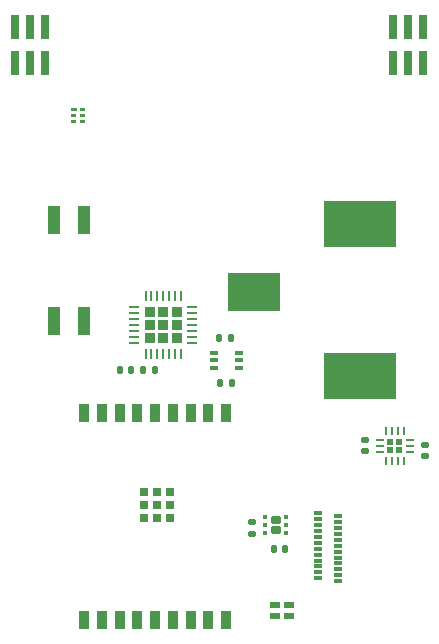
<source format=gbr>
%TF.GenerationSoftware,KiCad,Pcbnew,7.0.5*%
%TF.CreationDate,2023-06-26T09:37:40-04:00*%
%TF.ProjectId,ESP32Sensor-Sensor_board,45535033-3253-4656-9e73-6f722d53656e,rev?*%
%TF.SameCoordinates,Original*%
%TF.FileFunction,Paste,Top*%
%TF.FilePolarity,Positive*%
%FSLAX46Y46*%
G04 Gerber Fmt 4.6, Leading zero omitted, Abs format (unit mm)*
G04 Created by KiCad (PCBNEW 7.0.5) date 2023-06-26 09:37:40*
%MOMM*%
%LPD*%
G01*
G04 APERTURE LIST*
G04 Aperture macros list*
%AMRoundRect*
0 Rectangle with rounded corners*
0 $1 Rounding radius*
0 $2 $3 $4 $5 $6 $7 $8 $9 X,Y pos of 4 corners*
0 Add a 4 corners polygon primitive as box body*
4,1,4,$2,$3,$4,$5,$6,$7,$8,$9,$2,$3,0*
0 Add four circle primitives for the rounded corners*
1,1,$1+$1,$2,$3*
1,1,$1+$1,$4,$5*
1,1,$1+$1,$6,$7*
1,1,$1+$1,$8,$9*
0 Add four rect primitives between the rounded corners*
20,1,$1+$1,$2,$3,$4,$5,0*
20,1,$1+$1,$4,$5,$6,$7,0*
20,1,$1+$1,$6,$7,$8,$9,0*
20,1,$1+$1,$8,$9,$2,$3,0*%
G04 Aperture macros list end*
%ADD10RoundRect,0.140000X0.140000X0.170000X-0.140000X0.170000X-0.140000X-0.170000X0.140000X-0.170000X0*%
%ADD11RoundRect,0.135000X0.135000X0.185000X-0.135000X0.185000X-0.135000X-0.185000X0.135000X-0.185000X0*%
%ADD12R,0.700000X0.300000*%
%ADD13R,0.782500X0.355600*%
%ADD14RoundRect,0.172500X-0.262500X-0.172500X0.262500X-0.172500X0.262500X0.172500X-0.262500X0.172500X0*%
%ADD15RoundRect,0.093750X-0.093750X-0.106250X0.093750X-0.106250X0.093750X0.106250X-0.093750X0.106250X0*%
%ADD16RoundRect,0.135000X-0.135000X-0.185000X0.135000X-0.185000X0.135000X0.185000X-0.135000X0.185000X0*%
%ADD17R,0.760000X2.030000*%
%ADD18RoundRect,0.145000X0.145000X0.145000X-0.145000X0.145000X-0.145000X-0.145000X0.145000X-0.145000X0*%
%ADD19RoundRect,0.062500X0.275000X0.062500X-0.275000X0.062500X-0.275000X-0.062500X0.275000X-0.062500X0*%
%ADD20RoundRect,0.062500X0.062500X0.275000X-0.062500X0.275000X-0.062500X-0.275000X0.062500X-0.275000X0*%
%ADD21RoundRect,0.140000X-0.170000X0.140000X-0.170000X-0.140000X0.170000X-0.140000X0.170000X0.140000X0*%
%ADD22R,0.863600X0.508000*%
%ADD23RoundRect,0.225000X-0.225000X-0.225000X0.225000X-0.225000X0.225000X0.225000X-0.225000X0.225000X0*%
%ADD24RoundRect,0.062500X-0.337500X-0.062500X0.337500X-0.062500X0.337500X0.062500X-0.337500X0.062500X0*%
%ADD25RoundRect,0.062500X-0.062500X-0.337500X0.062500X-0.337500X0.062500X0.337500X-0.062500X0.337500X0*%
%ADD26R,4.400000X3.300000*%
%ADD27R,6.200000X3.900000*%
%ADD28R,1.130000X2.440000*%
%ADD29R,0.889000X1.498600*%
%ADD30R,0.711200X0.711200*%
G04 APERTURE END LIST*
%TO.C,U6*%
G36*
X-12042920Y-11309109D02*
G01*
X-12543107Y-11309109D01*
X-12543107Y-11058893D01*
X-12042920Y-11058893D01*
X-12042920Y-11309109D01*
G37*
G36*
X-12072892Y-11809108D02*
G01*
X-12543107Y-11809108D01*
X-12543107Y-11558892D01*
X-12072892Y-11558892D01*
X-12072892Y-11809108D01*
G37*
G36*
X-12072892Y-12309107D02*
G01*
X-12543107Y-12309107D01*
X-12543107Y-12058891D01*
X-12072892Y-12058891D01*
X-12072892Y-12309107D01*
G37*
G36*
X-11332893Y-11309109D02*
G01*
X-11803108Y-11309109D01*
X-11803108Y-11058893D01*
X-11332893Y-11058893D01*
X-11332893Y-11309109D01*
G37*
G36*
X-11332893Y-11809108D02*
G01*
X-11803108Y-11809108D01*
X-11803108Y-11558892D01*
X-11332893Y-11558892D01*
X-11332893Y-11809108D01*
G37*
G36*
X-11332893Y-12309107D02*
G01*
X-11803108Y-12309107D01*
X-11803108Y-12058891D01*
X-11332893Y-12058891D01*
X-11332893Y-12309107D01*
G37*
%TD*%
D10*
%TO.C,C1*%
X-7414300Y-33195100D03*
X-8374300Y-33195100D03*
%TD*%
D11*
%TO.C,R1*%
X-5380300Y-33195100D03*
X-6400300Y-33195100D03*
%TD*%
D12*
%TO.C,J2*%
X8396000Y-50838000D03*
X8396000Y-50338000D03*
X8396000Y-49838000D03*
X8396000Y-49338000D03*
X8396000Y-48838000D03*
X8396000Y-48338000D03*
X8396000Y-47838000D03*
X8396000Y-47338000D03*
X8396000Y-46838000D03*
X8396000Y-46338000D03*
X8396000Y-45838000D03*
X8396000Y-45338000D03*
X10096000Y-45588000D03*
X10096000Y-46088000D03*
X10096000Y-46588000D03*
X10096000Y-47088000D03*
X10096000Y-47588000D03*
X10096000Y-48088000D03*
X10096000Y-48588000D03*
X10096000Y-49088000D03*
X10096000Y-49588000D03*
X10096000Y-50088000D03*
X10096000Y-50588000D03*
X10096000Y-51088000D03*
%TD*%
D13*
%TO.C,U4*%
X1699349Y-33034999D03*
X1699349Y-32385000D03*
X1699349Y-31735001D03*
X-429349Y-31735001D03*
X-429349Y-32385000D03*
X-429349Y-33034999D03*
%TD*%
D14*
%TO.C,U5*%
X4827500Y-45940000D03*
X4827500Y-46740000D03*
D15*
X3940000Y-45690000D03*
X3940000Y-46340000D03*
X3940000Y-46990000D03*
X5715000Y-46990000D03*
X5715000Y-46340000D03*
X5715000Y-45690000D03*
%TD*%
D16*
%TO.C,R2*%
X0Y-30480000D03*
X1020000Y-30480000D03*
%TD*%
D17*
%TO.C,J4*%
X-14730000Y-4180000D03*
X-14730000Y-7230000D03*
X-16000000Y-4180000D03*
X-16000000Y-7230000D03*
X-17270000Y-4180000D03*
X-17270000Y-7230000D03*
%TD*%
%TO.C,J3*%
X17270000Y-4180000D03*
X17270000Y-7230000D03*
X16000000Y-4180000D03*
X16000000Y-7230000D03*
X14730000Y-4180000D03*
X14730000Y-7230000D03*
%TD*%
D10*
%TO.C,C4*%
X5589500Y-48330000D03*
X4629500Y-48330000D03*
%TD*%
D18*
%TO.C,U3*%
X15240000Y-40005000D03*
X15240000Y-39285000D03*
X14520000Y-40005000D03*
X14520000Y-39285000D03*
D19*
X16142500Y-40145000D03*
X16142500Y-39645000D03*
X16142500Y-39145000D03*
D20*
X15630000Y-38382500D03*
X15130000Y-38382500D03*
X14630000Y-38382500D03*
X14130000Y-38382500D03*
D19*
X13617500Y-39145000D03*
X13617500Y-39645000D03*
X13617500Y-40145000D03*
D20*
X14130000Y-40907500D03*
X14630000Y-40907500D03*
X15130000Y-40907500D03*
X15630000Y-40907500D03*
%TD*%
D21*
%TO.C,C3*%
X17420000Y-39525000D03*
X17420000Y-40485000D03*
%TD*%
D16*
%TO.C,R3*%
X125000Y-34290000D03*
X1145000Y-34290000D03*
%TD*%
D22*
%TO.C,U13*%
X4710999Y-53119000D03*
X4710999Y-54069000D03*
X5957001Y-54069000D03*
X5957001Y-53119000D03*
%TD*%
D23*
%TO.C,U2*%
X-5830300Y-28265100D03*
X-5830300Y-29385100D03*
X-5830300Y-30505100D03*
X-4710300Y-28265100D03*
X-4710300Y-29385100D03*
X-4710300Y-30505100D03*
X-3590300Y-28265100D03*
X-3590300Y-29385100D03*
X-3590300Y-30505100D03*
D24*
X-7160300Y-27885100D03*
X-7160300Y-28385100D03*
X-7160300Y-28885100D03*
X-7160300Y-29385100D03*
X-7160300Y-29885100D03*
X-7160300Y-30385100D03*
X-7160300Y-30885100D03*
D25*
X-6210300Y-31835100D03*
X-5710300Y-31835100D03*
X-5210300Y-31835100D03*
X-4710300Y-31835100D03*
X-4210300Y-31835100D03*
X-3710300Y-31835100D03*
X-3210300Y-31835100D03*
D24*
X-2260300Y-30885100D03*
X-2260300Y-30385100D03*
X-2260300Y-29885100D03*
X-2260300Y-29385100D03*
X-2260300Y-28885100D03*
X-2260300Y-28385100D03*
X-2260300Y-27885100D03*
D25*
X-3210300Y-26935100D03*
X-3710300Y-26935100D03*
X-4210300Y-26935100D03*
X-4710300Y-26935100D03*
X-5210300Y-26935100D03*
X-5710300Y-26935100D03*
X-6210300Y-26935100D03*
%TD*%
D26*
%TO.C,J1*%
X2988000Y-26628000D03*
D27*
X11938000Y-33728000D03*
X11938000Y-20828000D03*
%TD*%
D28*
%TO.C,S1*%
X-13970000Y-29065000D03*
X-13970000Y-20465000D03*
X-11430000Y-29065000D03*
X-11430000Y-20465000D03*
%TD*%
D21*
%TO.C,C2*%
X12340000Y-39137000D03*
X12340000Y-40097000D03*
%TD*%
%TO.C,C5*%
X2795500Y-46100000D03*
X2795500Y-47060000D03*
%TD*%
D29*
%TO.C,U1*%
X-11405087Y-54356000D03*
X-9905087Y-54356000D03*
X-8405085Y-54356000D03*
X-6905086Y-54356000D03*
X-5405086Y-54356000D03*
X-3905087Y-54356000D03*
X-2405087Y-54356000D03*
X-905085Y-54356000D03*
X594915Y-54356000D03*
X594915Y-36856000D03*
X-905085Y-36856000D03*
X-2405087Y-36856000D03*
X-3905087Y-36856000D03*
X-5405086Y-36856000D03*
X-6905086Y-36856000D03*
X-8405085Y-36856000D03*
X-9905087Y-36856000D03*
X-11405087Y-36856000D03*
D30*
X-6305110Y-45750198D03*
X-6305110Y-44650198D03*
X-6305110Y-43550198D03*
X-5205112Y-45750300D03*
X-5205112Y-44650300D03*
X-5205112Y-43550299D03*
X-4105114Y-45750198D03*
X-4105114Y-44650198D03*
X-4105114Y-43550198D03*
%TD*%
M02*

</source>
